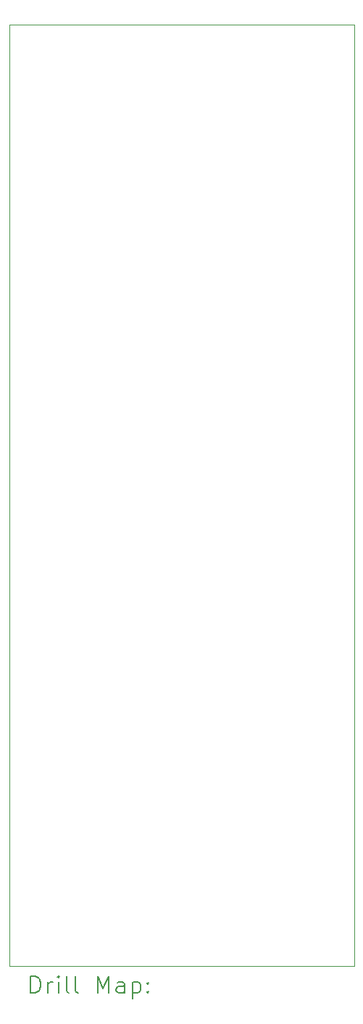
<source format=gbr>
%FSLAX45Y45*%
G04 Gerber Fmt 4.5, Leading zero omitted, Abs format (unit mm)*
G04 Created by KiCad (PCBNEW (6.0.1)) date 2023-06-21 18:57:01*
%MOMM*%
%LPD*%
G01*
G04 APERTURE LIST*
%TA.AperFunction,Profile*%
%ADD10C,0.100000*%
%TD*%
%ADD11C,0.200000*%
G04 APERTURE END LIST*
D10*
X9030000Y-5000000D02*
X9030000Y-16000000D01*
X5000000Y-16000000D02*
X5000000Y-5000000D01*
X5000000Y-5000000D02*
X9030000Y-5000000D01*
X9030000Y-16000000D02*
X5000000Y-16000000D01*
D11*
X5252619Y-16315476D02*
X5252619Y-16115476D01*
X5300238Y-16115476D01*
X5328810Y-16125000D01*
X5347857Y-16144048D01*
X5357381Y-16163095D01*
X5366905Y-16201190D01*
X5366905Y-16229762D01*
X5357381Y-16267857D01*
X5347857Y-16286905D01*
X5328810Y-16305952D01*
X5300238Y-16315476D01*
X5252619Y-16315476D01*
X5452619Y-16315476D02*
X5452619Y-16182143D01*
X5452619Y-16220238D02*
X5462143Y-16201190D01*
X5471667Y-16191667D01*
X5490714Y-16182143D01*
X5509762Y-16182143D01*
X5576429Y-16315476D02*
X5576429Y-16182143D01*
X5576429Y-16115476D02*
X5566905Y-16125000D01*
X5576429Y-16134524D01*
X5585952Y-16125000D01*
X5576429Y-16115476D01*
X5576429Y-16134524D01*
X5700238Y-16315476D02*
X5681190Y-16305952D01*
X5671667Y-16286905D01*
X5671667Y-16115476D01*
X5805000Y-16315476D02*
X5785952Y-16305952D01*
X5776428Y-16286905D01*
X5776428Y-16115476D01*
X6033571Y-16315476D02*
X6033571Y-16115476D01*
X6100238Y-16258333D01*
X6166905Y-16115476D01*
X6166905Y-16315476D01*
X6347857Y-16315476D02*
X6347857Y-16210714D01*
X6338333Y-16191667D01*
X6319286Y-16182143D01*
X6281190Y-16182143D01*
X6262143Y-16191667D01*
X6347857Y-16305952D02*
X6328809Y-16315476D01*
X6281190Y-16315476D01*
X6262143Y-16305952D01*
X6252619Y-16286905D01*
X6252619Y-16267857D01*
X6262143Y-16248809D01*
X6281190Y-16239286D01*
X6328809Y-16239286D01*
X6347857Y-16229762D01*
X6443095Y-16182143D02*
X6443095Y-16382143D01*
X6443095Y-16191667D02*
X6462143Y-16182143D01*
X6500238Y-16182143D01*
X6519286Y-16191667D01*
X6528809Y-16201190D01*
X6538333Y-16220238D01*
X6538333Y-16277381D01*
X6528809Y-16296428D01*
X6519286Y-16305952D01*
X6500238Y-16315476D01*
X6462143Y-16315476D01*
X6443095Y-16305952D01*
X6624048Y-16296428D02*
X6633571Y-16305952D01*
X6624048Y-16315476D01*
X6614524Y-16305952D01*
X6624048Y-16296428D01*
X6624048Y-16315476D01*
X6624048Y-16191667D02*
X6633571Y-16201190D01*
X6624048Y-16210714D01*
X6614524Y-16201190D01*
X6624048Y-16191667D01*
X6624048Y-16210714D01*
M02*

</source>
